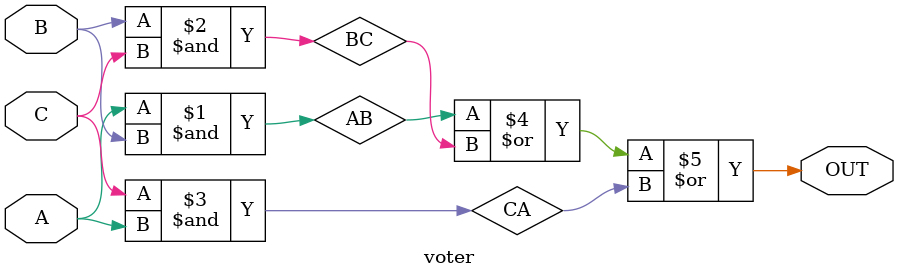
<source format=v>
module voter(A,B,C,OUT);

input A,B,C;
output OUT;


wire A,B,C;
wire AB,BC,CA;
wire OUT;

and g1(AB,A,B);
and g2(BC,B,C);
and g3(CA,C,A);
or  g4(OUT,AB,BC,CA);


endmodule
</source>
